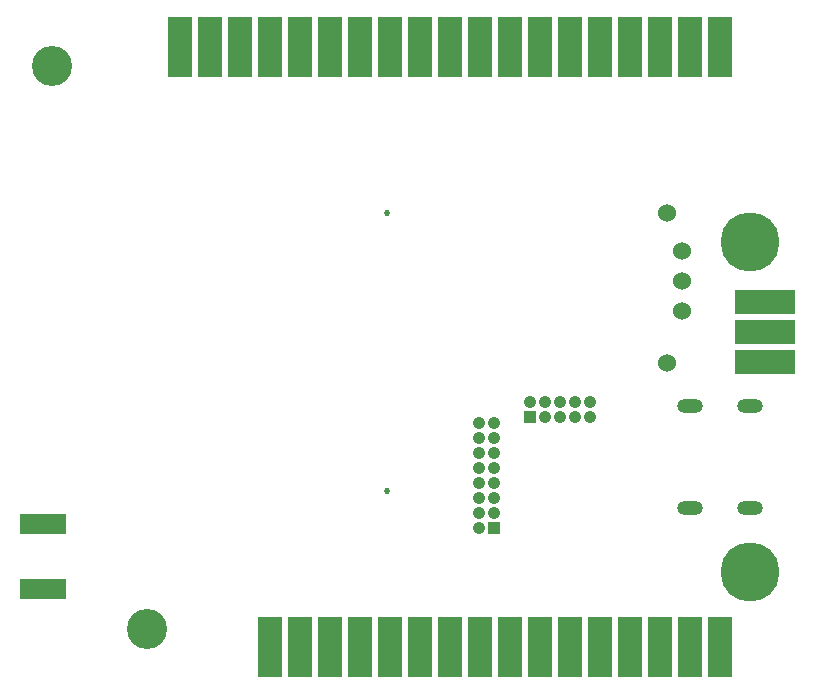
<source format=gbs>
%TF.GenerationSoftware,KiCad,Pcbnew,8.0.4*%
%TF.CreationDate,2024-11-04T17:03:21+09:00*%
%TF.ProjectId,balsun,62616c73-756e-42e6-9b69-6361645f7063,rev?*%
%TF.SameCoordinates,Original*%
%TF.FileFunction,Soldermask,Bot*%
%TF.FilePolarity,Negative*%
%FSLAX46Y46*%
G04 Gerber Fmt 4.6, Leading zero omitted, Abs format (unit mm)*
G04 Created by KiCad (PCBNEW 8.0.4) date 2024-11-04 17:03:21*
%MOMM*%
%LPD*%
G01*
G04 APERTURE LIST*
%ADD10R,4.000000X1.810000*%
%ADD11R,1.050000X1.050000*%
%ADD12C,1.050000*%
%ADD13C,1.524000*%
%ADD14C,5.000000*%
%ADD15R,2.000000X2.540000*%
%ADD16C,3.400000*%
%ADD17R,2.540000X2.000000*%
%ADD18O,2.200000X1.200000*%
%ADD19C,1.530000*%
%ADD20C,0.517500*%
G04 APERTURE END LIST*
D10*
%TO.C,J6*%
X158600000Y-115260000D03*
X158600000Y-120790000D03*
%TD*%
D11*
%TO.C,J4*%
X196800000Y-115580000D03*
D12*
X195530000Y-115580000D03*
X196800000Y-114310000D03*
X195530000Y-114310000D03*
X196800000Y-113040000D03*
X195530000Y-113040000D03*
X196800000Y-111770000D03*
X195530000Y-111770000D03*
X196800000Y-110500000D03*
X195530000Y-110500000D03*
X196800000Y-109230000D03*
X195530000Y-109230000D03*
X196800000Y-107960000D03*
X195530000Y-107960000D03*
X196800000Y-106690000D03*
X195530000Y-106690000D03*
%TD*%
D13*
%TO.C,IC3*%
X212700000Y-97240000D03*
X212700000Y-94700000D03*
X212700000Y-92160000D03*
%TD*%
D12*
%TO.C,J1*%
X204935000Y-104905000D03*
X204935000Y-106175000D03*
X203665000Y-104905000D03*
X203665000Y-106175000D03*
X202395000Y-104905000D03*
X202395000Y-106175000D03*
X201125000Y-104905000D03*
X201125000Y-106175000D03*
X199855000Y-104905000D03*
D11*
X199855000Y-106175000D03*
%TD*%
D14*
%TO.C,H3*%
X218450000Y-91412500D03*
%TD*%
D15*
%TO.C,P1*%
X215920000Y-76140000D03*
X215920000Y-73600000D03*
X213380000Y-76140000D03*
X213380000Y-73600000D03*
X210840000Y-76140000D03*
X210840000Y-73600000D03*
X208300000Y-76140000D03*
X208300000Y-73600000D03*
X205760000Y-76140000D03*
X205760000Y-73600000D03*
X203220000Y-76140000D03*
X203220000Y-73600000D03*
X200680000Y-76140000D03*
X200680000Y-73600000D03*
X198140000Y-76140000D03*
X198140000Y-73600000D03*
X193060000Y-76140000D03*
X193060000Y-73600000D03*
X190520000Y-76140000D03*
X190520000Y-73600000D03*
X187980000Y-76140000D03*
X187980000Y-73600000D03*
X185440000Y-76140000D03*
X185440000Y-73600000D03*
X182900000Y-76140000D03*
X182900000Y-73600000D03*
X180360000Y-76140000D03*
X180360000Y-73600000D03*
X177820000Y-76140000D03*
X177820000Y-73600000D03*
X175280000Y-76140000D03*
X175280000Y-73600000D03*
X172740000Y-76140000D03*
X172740000Y-73600000D03*
X170200000Y-76140000D03*
X170200000Y-73600000D03*
X195600000Y-76140000D03*
X195600000Y-73600000D03*
%TD*%
D16*
%TO.C,H4*%
X159400000Y-76500000D03*
%TD*%
%TO.C,H5*%
X167375000Y-124175000D03*
%TD*%
D17*
%TO.C,H1*%
X218450000Y-101600000D03*
X220990000Y-101600000D03*
X218450000Y-99060000D03*
X220990000Y-99060000D03*
X218450000Y-96520000D03*
X220990000Y-96520000D03*
%TD*%
D15*
%TO.C,J2*%
X177800000Y-124460000D03*
X177800000Y-127000000D03*
X180340000Y-124460000D03*
X180340000Y-127000000D03*
X182880000Y-124460000D03*
X182880000Y-127000000D03*
X185420000Y-124460000D03*
X185420000Y-127000000D03*
X187960000Y-124460000D03*
X187960000Y-127000000D03*
X190500000Y-124460000D03*
X190500000Y-127000000D03*
X193040000Y-124460000D03*
X193040000Y-127000000D03*
X195580000Y-124460000D03*
X195580000Y-127000000D03*
X198120000Y-124460000D03*
X198120000Y-127000000D03*
X200660000Y-124460000D03*
X200660000Y-127000000D03*
X203200000Y-124460000D03*
X203200000Y-127000000D03*
X205740000Y-124460000D03*
X205740000Y-127000000D03*
X208280000Y-124460000D03*
X208280000Y-127000000D03*
X210820000Y-124460000D03*
X210820000Y-127000000D03*
X213360000Y-124460000D03*
X213360000Y-127000000D03*
X215900000Y-124460000D03*
X215900000Y-127000000D03*
%TD*%
D18*
%TO.C,J5*%
X213375000Y-113895000D03*
X213375000Y-105255000D03*
X218475000Y-113895000D03*
X218475000Y-105255000D03*
%TD*%
D14*
%TO.C,H2*%
X218425000Y-119350000D03*
%TD*%
D19*
%TO.C,U1*%
X211425000Y-88950000D03*
X211425000Y-101650000D03*
D20*
X187705000Y-88950000D03*
X187705000Y-112450000D03*
%TD*%
M02*

</source>
